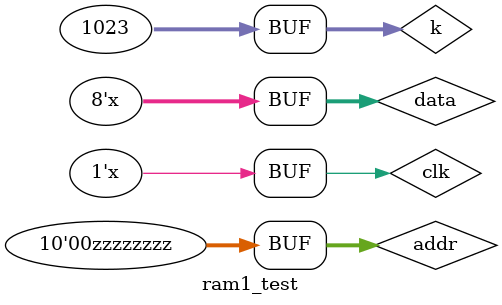
<source format=v>
module ram1_test;

reg [9:0]addr=8'bz;
wire [7:0]data_out;
reg [7:0]data=8'bz;
reg wr,rd,cs;
integer k;

ram1 a(addr,data,data_out,clk,rd,wr,cs);

initial 
begin
for(k=0;k<1023;k++)
begin
addr=addr+1;
data=data+1;
end
end
always #2 clk=~clk;

endmodule 

</source>
